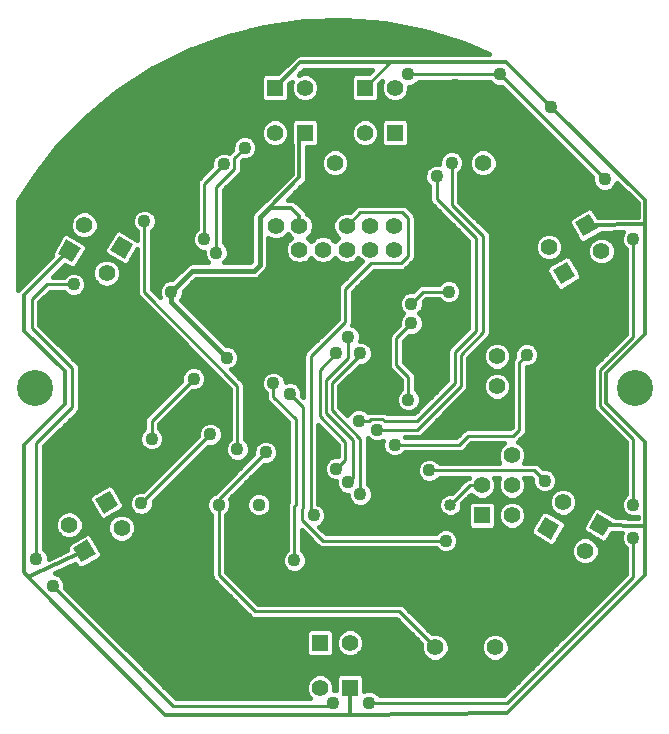
<source format=gbl>
G75*
G70*
%OFA0B0*%
%FSLAX24Y24*%
%IPPOS*%
%LPD*%
%AMOC8*
5,1,8,0,0,1.08239X$1,22.5*
%
%ADD10R,0.0555X0.0555*%
%ADD11C,0.0555*%
%ADD12C,0.0440*%
%ADD13R,0.0555X0.0555*%
%ADD14C,0.1200*%
%ADD15C,0.0120*%
%ADD16C,0.0100*%
%ADD17C,0.0436*%
%ADD18C,0.0160*%
%ADD19C,0.0400*%
D10*
X012930Y005780D03*
X013930Y004280D03*
X018330Y010030D03*
X015430Y022780D03*
X014430Y024280D03*
X012430Y022780D03*
X011430Y024280D03*
D11*
X012430Y024280D03*
X011430Y022780D03*
X013430Y021780D03*
X014430Y022780D03*
X015430Y024280D03*
X018380Y021780D03*
X020566Y018968D03*
X022317Y018835D03*
X018830Y015330D03*
X018830Y014330D03*
X018830Y013330D03*
X018330Y012030D03*
X018330Y011030D03*
X019330Y011030D03*
X019330Y012030D03*
X021040Y010463D03*
X019330Y010030D03*
X021780Y008847D03*
X018780Y005630D03*
X016780Y005630D03*
X013930Y005780D03*
X012930Y004280D03*
X006320Y009597D03*
X004580Y009713D03*
X005820Y018097D03*
X005080Y019713D03*
X008430Y021780D03*
X011461Y019674D03*
X011461Y018886D03*
X012249Y018886D03*
X013036Y018886D03*
X013036Y019674D03*
X012249Y019674D03*
X013824Y019674D03*
X014611Y019674D03*
X015399Y019674D03*
X015399Y018886D03*
X014611Y018886D03*
X013824Y018886D03*
D12*
X010897Y010380D03*
X009560Y010380D03*
D13*
G36*
X005719Y010085D02*
X005442Y010564D01*
X005921Y010841D01*
X006198Y010362D01*
X005719Y010085D01*
G37*
G36*
X005181Y009225D02*
X005458Y008746D01*
X004979Y008469D01*
X004702Y008948D01*
X005181Y009225D01*
G37*
G36*
X004958Y018948D02*
X004681Y018469D01*
X004202Y018746D01*
X004479Y019225D01*
X004958Y018948D01*
G37*
G36*
X005942Y018862D02*
X006219Y019341D01*
X006698Y019064D01*
X006421Y018585D01*
X005942Y018862D01*
G37*
G36*
X020918Y009698D02*
X020641Y009219D01*
X020162Y009496D01*
X020439Y009975D01*
X020918Y009698D01*
G37*
G36*
X021902Y009612D02*
X022179Y010091D01*
X022658Y009814D01*
X022381Y009335D01*
X021902Y009612D01*
G37*
G36*
X021167Y018480D02*
X021444Y018001D01*
X020965Y017724D01*
X020688Y018203D01*
X021167Y018480D01*
G37*
G36*
X021716Y019323D02*
X021439Y019802D01*
X021918Y020079D01*
X022195Y019600D01*
X021716Y019323D01*
G37*
D14*
X023430Y014280D03*
X003430Y014280D03*
D15*
X004430Y013730D02*
X004430Y014830D01*
X003080Y016180D01*
X003080Y017380D01*
X004547Y018847D01*
X004430Y013730D02*
X003080Y012380D01*
X003080Y008130D01*
X003205Y007955D01*
X005080Y008847D01*
X003205Y007955D02*
X007780Y003380D01*
X013930Y003380D01*
X013930Y004280D01*
X013930Y003380D02*
X019180Y003430D01*
X023780Y008030D01*
X023780Y009680D01*
X022280Y009713D01*
X023780Y009680D02*
X023780Y012480D01*
X022480Y013780D01*
X022480Y014780D01*
X023780Y016080D01*
X023780Y019730D01*
X023780Y020530D01*
X020630Y023630D01*
X019130Y025130D01*
X015280Y025130D01*
X012280Y025130D01*
X011430Y024280D01*
X012430Y022780D02*
X012249Y022599D01*
X012249Y021299D01*
X011230Y020280D01*
X011980Y020280D01*
X012249Y020011D01*
X012249Y019674D01*
X021817Y019701D02*
X023780Y019730D01*
D16*
X023380Y019230D02*
X023380Y015980D01*
X022280Y014880D01*
X022280Y013680D01*
X023380Y012580D01*
X023380Y010380D01*
X023380Y009280D02*
X023380Y007980D01*
X019180Y003780D01*
X014580Y003780D01*
X013380Y003780D02*
X013280Y003680D01*
X008030Y003680D01*
X004030Y007680D01*
X003480Y008580D02*
X003480Y012430D01*
X004680Y013630D01*
X004680Y014930D01*
X003330Y016280D01*
X003330Y017230D01*
X003830Y017730D01*
X004730Y017730D01*
X004580Y018847D02*
X004547Y018847D01*
X007080Y019830D02*
X007080Y017480D01*
X010180Y014330D01*
X010180Y012230D01*
X011130Y012130D02*
X009560Y010560D01*
X009560Y010380D01*
X009560Y008050D01*
X010780Y006830D01*
X015580Y006830D01*
X016780Y005630D01*
X017130Y009180D02*
X013030Y009180D01*
X012330Y009880D01*
X012330Y010230D01*
X012380Y010280D01*
X012380Y013630D01*
X011930Y014080D01*
X011380Y013980D02*
X011380Y014430D01*
X011380Y013980D02*
X012130Y013230D01*
X012130Y010380D01*
X012080Y010330D01*
X012080Y008530D01*
X012730Y010030D02*
X012630Y010130D01*
X012630Y015330D01*
X013780Y016480D01*
X013780Y017580D01*
X014630Y018430D01*
X015630Y018430D01*
X015880Y018680D01*
X015880Y019930D01*
X015680Y020130D01*
X014280Y020130D01*
X013824Y019674D01*
X016380Y017480D02*
X015980Y017080D01*
X016380Y017480D02*
X017230Y017480D01*
X015980Y016430D02*
X015480Y015930D01*
X015480Y015030D01*
X015880Y014630D01*
X015880Y013880D01*
X016180Y013180D02*
X015080Y013180D01*
X015030Y013230D01*
X014630Y013230D01*
X014580Y013180D01*
X014230Y013180D01*
X014280Y012580D02*
X013330Y013530D01*
X013330Y014430D01*
X014280Y015380D01*
X014280Y015430D01*
X013880Y015280D02*
X013880Y015980D01*
X013480Y015430D02*
X012930Y014880D01*
X012930Y013330D01*
X013780Y012480D01*
X013780Y011880D01*
X013480Y011580D01*
X013880Y011130D02*
X014030Y011280D01*
X014030Y012530D01*
X013130Y013430D01*
X013130Y014530D01*
X013880Y015280D01*
X013230Y016930D02*
X013230Y016980D01*
X016830Y020580D02*
X018130Y019280D01*
X018130Y016180D01*
X017430Y015480D01*
X017430Y014430D01*
X016180Y013180D01*
X016180Y012880D02*
X017630Y014330D01*
X017630Y015380D01*
X018380Y016130D01*
X018380Y019330D01*
X017330Y020380D01*
X017330Y021780D01*
X016830Y021330D02*
X016830Y020580D01*
X014430Y024280D02*
X015280Y025130D01*
X015880Y024730D02*
X018930Y024730D01*
X022430Y021230D01*
X019830Y015380D02*
X019580Y015130D01*
X019580Y012880D01*
X019380Y012680D01*
X017880Y012680D01*
X017580Y012380D01*
X015430Y012380D01*
X014830Y012880D02*
X016180Y012880D01*
X016580Y011530D02*
X020080Y011530D01*
X020430Y011180D01*
X018330Y011030D02*
X017930Y011030D01*
X017280Y010380D01*
X014280Y010730D02*
X014280Y012580D01*
X009280Y012730D02*
X006980Y010430D01*
X007330Y012580D02*
X007330Y013180D01*
X008730Y014580D01*
X004930Y012130D02*
X004930Y012080D01*
X009480Y018780D02*
X009480Y020980D01*
X010080Y021580D01*
X010080Y021930D01*
X010430Y022280D01*
X009730Y021730D02*
X009080Y021080D01*
X009080Y019230D01*
D17*
X009080Y019230D03*
X009480Y018780D03*
X008580Y017230D03*
X007980Y017480D03*
X006530Y015880D03*
X004730Y017730D03*
X007080Y019830D03*
X006030Y021630D03*
X008780Y025130D03*
X010430Y022280D03*
X009730Y021730D03*
X013280Y024380D03*
X015880Y024730D03*
X017430Y024380D03*
X018930Y024730D03*
X020630Y023630D03*
X022430Y021230D03*
X023380Y019230D03*
X022556Y016722D03*
X019830Y015380D03*
X019380Y016830D03*
X017230Y017480D03*
X017130Y018630D03*
X015980Y017080D03*
X015980Y016430D03*
X016030Y015680D03*
X014280Y015430D03*
X013880Y015980D03*
X013480Y015430D03*
X013230Y016930D03*
X014630Y017530D03*
X011930Y014080D03*
X011380Y014430D03*
X009830Y015280D03*
X008730Y014580D03*
X009280Y012730D03*
X010180Y012230D03*
X011130Y012130D03*
X010230Y009930D03*
X012080Y008530D03*
X012630Y007630D03*
X012730Y010030D03*
X013880Y011130D03*
X014280Y010730D03*
X013480Y011580D03*
X014230Y013180D03*
X014830Y012880D03*
X015430Y012380D03*
X016580Y011530D03*
X015880Y013880D03*
X017130Y009180D03*
X016780Y006480D03*
X014580Y003780D03*
X013380Y003780D03*
X010930Y004330D03*
X006980Y010430D03*
X007330Y012580D03*
X004930Y012080D03*
X003480Y008580D03*
X004030Y007680D03*
X016830Y021330D03*
X017330Y021780D03*
X020430Y011180D03*
X023380Y010380D03*
X023380Y009280D03*
X021180Y006980D03*
D18*
X012453Y006060D02*
X006004Y006060D01*
X005846Y006218D02*
X012530Y006218D01*
X012570Y006257D02*
X012453Y006140D01*
X012453Y005420D01*
X012570Y005303D01*
X013290Y005303D01*
X013407Y005420D01*
X013407Y006140D01*
X013290Y006257D01*
X012570Y006257D01*
X012453Y005901D02*
X006163Y005901D01*
X006321Y005743D02*
X012453Y005743D01*
X012453Y005584D02*
X006480Y005584D01*
X006638Y005426D02*
X012453Y005426D01*
X012660Y004685D02*
X012525Y004550D01*
X012453Y004375D01*
X012453Y004185D01*
X012525Y004010D01*
X012605Y003930D01*
X008134Y003930D01*
X004448Y007615D01*
X004448Y007763D01*
X004384Y007917D01*
X004267Y008034D01*
X004113Y008098D01*
X004111Y008098D01*
X004778Y008415D01*
X004847Y008296D01*
X005007Y008253D01*
X005631Y008614D01*
X005674Y008774D01*
X005313Y009398D01*
X005153Y009441D01*
X004529Y009080D01*
X004486Y008920D01*
X004517Y008867D01*
X003898Y008573D01*
X003898Y008663D01*
X003834Y008817D01*
X003730Y008921D01*
X003730Y012326D01*
X004822Y013418D01*
X004892Y013488D01*
X004930Y013580D01*
X004930Y014980D01*
X004892Y015072D01*
X004822Y015142D01*
X004822Y015142D01*
X003580Y016384D01*
X003580Y017126D01*
X003934Y017480D01*
X004389Y017480D01*
X004493Y017376D01*
X004647Y017312D01*
X004813Y017312D01*
X004967Y017376D01*
X005084Y017493D01*
X005148Y017647D01*
X005148Y017813D01*
X005084Y017967D01*
X004967Y018084D01*
X004813Y018148D01*
X004647Y018148D01*
X004493Y018084D01*
X004389Y017980D01*
X004048Y017980D01*
X004443Y018375D01*
X004653Y018253D01*
X004813Y018296D01*
X005174Y018920D01*
X005131Y019080D01*
X004507Y019441D01*
X004347Y019398D01*
X003986Y018774D01*
X004012Y018679D01*
X002880Y017548D01*
X002880Y020493D01*
X003355Y021266D01*
X004185Y022332D01*
X005127Y023300D01*
X006169Y024159D01*
X007300Y024897D01*
X008505Y025507D01*
X009770Y025981D01*
X011080Y026313D01*
X012418Y026498D01*
X013768Y026535D01*
X015114Y026424D01*
X016440Y026165D01*
X017729Y025762D01*
X018576Y025390D01*
X012228Y025390D01*
X012133Y025350D01*
X012060Y025277D01*
X011540Y024757D01*
X011070Y024757D01*
X010953Y024640D01*
X010953Y023920D01*
X011070Y023803D01*
X011790Y023803D01*
X011907Y023920D01*
X011907Y024390D01*
X011995Y024477D01*
X011953Y024375D01*
X011953Y024185D01*
X012025Y024010D01*
X012160Y023875D01*
X012335Y023803D01*
X012525Y023803D01*
X012700Y023875D01*
X012835Y024010D01*
X012907Y024185D01*
X012907Y024375D01*
X012835Y024550D01*
X012700Y024685D01*
X012525Y024757D01*
X012335Y024757D01*
X012233Y024715D01*
X012388Y024870D01*
X014666Y024870D01*
X014554Y024757D01*
X014070Y024757D01*
X013953Y024640D01*
X013953Y023920D01*
X014070Y023803D01*
X014790Y023803D01*
X014907Y023920D01*
X014907Y024404D01*
X015005Y024501D01*
X014953Y024375D01*
X014953Y024185D01*
X015025Y024010D01*
X015160Y023875D01*
X015335Y023803D01*
X015525Y023803D01*
X015700Y023875D01*
X015835Y024010D01*
X015907Y024185D01*
X015907Y024312D01*
X015963Y024312D01*
X016117Y024376D01*
X016221Y024480D01*
X018589Y024480D01*
X018693Y024376D01*
X018847Y024312D01*
X018995Y024312D01*
X022012Y021295D01*
X022012Y021147D01*
X022076Y020993D01*
X022193Y020876D01*
X022347Y020812D01*
X022513Y020812D01*
X022667Y020876D01*
X022784Y020993D01*
X022829Y021101D01*
X023520Y020421D01*
X023520Y019986D01*
X022215Y019967D01*
X022050Y020252D01*
X021890Y020295D01*
X021266Y019935D01*
X021223Y019775D01*
X021584Y019151D01*
X021744Y019108D01*
X022335Y019449D01*
X023022Y019459D01*
X022962Y019313D01*
X022962Y019147D01*
X023026Y018993D01*
X023130Y018889D01*
X023130Y016084D01*
X022138Y015092D01*
X022068Y015022D01*
X022030Y014930D01*
X022030Y013630D01*
X022068Y013538D01*
X023130Y012476D01*
X023130Y010721D01*
X023026Y010617D01*
X022962Y010463D01*
X022962Y010297D01*
X023026Y010143D01*
X023143Y010026D01*
X023297Y009962D01*
X023463Y009962D01*
X023520Y009985D01*
X023520Y009946D01*
X022805Y009962D01*
X022207Y010307D01*
X022047Y010264D01*
X021686Y009640D01*
X021729Y009480D01*
X022353Y009119D01*
X022513Y009162D01*
X022676Y009444D01*
X022993Y009437D01*
X022962Y009363D01*
X022962Y009197D01*
X023026Y009043D01*
X023130Y008939D01*
X023130Y008084D01*
X019076Y004030D01*
X014921Y004030D01*
X014817Y004134D01*
X014663Y004198D01*
X014497Y004198D01*
X014407Y004161D01*
X014407Y004640D01*
X014290Y004757D01*
X013570Y004757D01*
X013453Y004640D01*
X013453Y004198D01*
X013407Y004198D01*
X013407Y004375D01*
X013335Y004550D01*
X013200Y004685D01*
X013025Y004757D01*
X012835Y004757D01*
X012660Y004685D01*
X012608Y004633D02*
X007431Y004633D01*
X007589Y004475D02*
X012494Y004475D01*
X012453Y004316D02*
X007748Y004316D01*
X007906Y004158D02*
X012464Y004158D01*
X012536Y003999D02*
X008065Y003999D01*
X007272Y004792D02*
X019838Y004792D01*
X019996Y004950D02*
X007114Y004950D01*
X006955Y005109D02*
X020155Y005109D01*
X020313Y005267D02*
X019092Y005267D01*
X019050Y005225D02*
X019185Y005360D01*
X019257Y005535D01*
X019257Y005725D01*
X019185Y005900D01*
X019050Y006035D01*
X018875Y006107D01*
X018685Y006107D01*
X018510Y006035D01*
X018375Y005900D01*
X018303Y005725D01*
X018303Y005535D01*
X018375Y005360D01*
X018510Y005225D01*
X018685Y005153D01*
X018875Y005153D01*
X019050Y005225D01*
X019212Y005426D02*
X020472Y005426D01*
X020630Y005584D02*
X019257Y005584D01*
X019250Y005743D02*
X020789Y005743D01*
X020947Y005901D02*
X019184Y005901D01*
X018991Y006060D02*
X021106Y006060D01*
X021264Y006218D02*
X016546Y006218D01*
X016665Y006099D02*
X015792Y006972D01*
X015722Y007042D01*
X015630Y007080D01*
X010884Y007080D01*
X009810Y008154D01*
X009810Y010036D01*
X009916Y010142D01*
X009980Y010296D01*
X009980Y010464D01*
X009932Y010579D01*
X011065Y011712D01*
X011213Y011712D01*
X011367Y011776D01*
X011484Y011893D01*
X011548Y012047D01*
X011548Y012213D01*
X011484Y012367D01*
X011367Y012484D01*
X011213Y012548D01*
X011047Y012548D01*
X010893Y012484D01*
X010776Y012367D01*
X010712Y012213D01*
X010712Y012065D01*
X009425Y010779D01*
X009322Y010736D01*
X009204Y010618D01*
X009140Y010464D01*
X009140Y010296D01*
X009204Y010142D01*
X009310Y010036D01*
X009310Y008000D01*
X009348Y007908D01*
X009418Y007838D01*
X010638Y006618D01*
X010730Y006580D01*
X015476Y006580D01*
X016311Y005745D01*
X016303Y005725D01*
X016303Y005535D01*
X016375Y005360D01*
X016510Y005225D01*
X016685Y005153D01*
X016875Y005153D01*
X017050Y005225D01*
X017185Y005360D01*
X017257Y005535D01*
X017257Y005725D01*
X017185Y005900D01*
X017050Y006035D01*
X016875Y006107D01*
X016685Y006107D01*
X016665Y006099D01*
X016991Y006060D02*
X018569Y006060D01*
X018376Y005901D02*
X017184Y005901D01*
X017250Y005743D02*
X018310Y005743D01*
X018303Y005584D02*
X017257Y005584D01*
X017212Y005426D02*
X018348Y005426D01*
X018468Y005267D02*
X017092Y005267D01*
X016468Y005267D02*
X006797Y005267D01*
X005687Y006377D02*
X015680Y006377D01*
X015521Y006535D02*
X005529Y006535D01*
X005370Y006694D02*
X010563Y006694D01*
X010404Y006852D02*
X005212Y006852D01*
X005053Y007011D02*
X010246Y007011D01*
X010087Y007169D02*
X004895Y007169D01*
X004736Y007328D02*
X009929Y007328D01*
X009770Y007486D02*
X004578Y007486D01*
X004448Y007645D02*
X009612Y007645D01*
X009453Y007803D02*
X004432Y007803D01*
X004340Y007962D02*
X009326Y007962D01*
X009310Y008120D02*
X004157Y008120D01*
X004490Y008279D02*
X004913Y008279D01*
X005050Y008279D02*
X009310Y008279D01*
X009310Y008437D02*
X005325Y008437D01*
X005599Y008596D02*
X009310Y008596D01*
X009310Y008754D02*
X005668Y008754D01*
X005594Y008913D02*
X009310Y008913D01*
X009310Y009071D02*
X005502Y009071D01*
X005410Y009230D02*
X006012Y009230D01*
X006050Y009192D02*
X005915Y009327D01*
X005843Y009502D01*
X005843Y009692D01*
X005915Y009867D01*
X006050Y010002D01*
X006225Y010074D01*
X006415Y010074D01*
X006590Y010002D01*
X006725Y009867D01*
X006797Y009692D01*
X006797Y009502D01*
X006725Y009327D01*
X006590Y009192D01*
X006415Y009120D01*
X006225Y009120D01*
X006050Y009192D01*
X005890Y009388D02*
X005319Y009388D01*
X005062Y009388D02*
X004930Y009388D01*
X004985Y009443D02*
X004850Y009308D01*
X004675Y009236D01*
X004485Y009236D01*
X004310Y009308D01*
X004175Y009443D01*
X004103Y009618D01*
X004103Y009808D01*
X004175Y009983D01*
X004310Y010118D01*
X004485Y010190D01*
X004675Y010190D01*
X004850Y010118D01*
X004985Y009983D01*
X005057Y009808D01*
X005057Y009618D01*
X004985Y009443D01*
X005028Y009547D02*
X005843Y009547D01*
X005848Y009705D02*
X005057Y009705D01*
X005034Y009864D02*
X005914Y009864D01*
X005747Y009869D02*
X005587Y009912D01*
X005226Y010536D01*
X005269Y010696D01*
X005893Y011057D01*
X006053Y011014D01*
X006414Y010390D01*
X006371Y010230D01*
X005747Y009869D01*
X005523Y010022D02*
X004946Y010022D01*
X004699Y010181D02*
X005432Y010181D01*
X005340Y010339D02*
X003730Y010339D01*
X003730Y010181D02*
X004461Y010181D01*
X004214Y010022D02*
X003730Y010022D01*
X003730Y009864D02*
X004126Y009864D01*
X004103Y009705D02*
X003730Y009705D01*
X003730Y009547D02*
X004132Y009547D01*
X004230Y009388D02*
X003730Y009388D01*
X003730Y009230D02*
X004788Y009230D01*
X004527Y009071D02*
X003730Y009071D01*
X003739Y008913D02*
X004491Y008913D01*
X004279Y008754D02*
X003860Y008754D01*
X003898Y008596D02*
X003946Y008596D01*
X003730Y010498D02*
X005249Y010498D01*
X005258Y010656D02*
X003730Y010656D01*
X003730Y010815D02*
X005474Y010815D01*
X005748Y010973D02*
X003730Y010973D01*
X003730Y011132D02*
X007328Y011132D01*
X007486Y011290D02*
X003730Y011290D01*
X003730Y011449D02*
X007645Y011449D01*
X007803Y011607D02*
X003730Y011607D01*
X003730Y011766D02*
X007962Y011766D01*
X008120Y011924D02*
X003730Y011924D01*
X003730Y012083D02*
X008279Y012083D01*
X008437Y012241D02*
X007582Y012241D01*
X007567Y012226D02*
X007684Y012343D01*
X007748Y012497D01*
X007748Y012663D01*
X007684Y012817D01*
X007580Y012921D01*
X007580Y013076D01*
X008665Y014162D01*
X008813Y014162D01*
X008967Y014226D01*
X009084Y014343D01*
X009148Y014497D01*
X009148Y014663D01*
X009084Y014817D01*
X008967Y014934D01*
X008813Y014998D01*
X008647Y014998D01*
X008493Y014934D01*
X008376Y014817D01*
X008312Y014663D01*
X008312Y014515D01*
X007188Y013392D01*
X007118Y013322D01*
X007080Y013230D01*
X007080Y012921D01*
X006976Y012817D01*
X006912Y012663D01*
X006912Y012497D01*
X006976Y012343D01*
X007093Y012226D01*
X007247Y012162D01*
X007413Y012162D01*
X007567Y012226D01*
X007708Y012400D02*
X008596Y012400D01*
X008754Y012558D02*
X007748Y012558D01*
X007726Y012717D02*
X008862Y012717D01*
X008862Y012665D02*
X007045Y010848D01*
X006897Y010848D01*
X006743Y010784D01*
X006626Y010667D01*
X006562Y010513D01*
X006562Y010347D01*
X006626Y010193D01*
X006743Y010076D01*
X006897Y010012D01*
X007063Y010012D01*
X007217Y010076D01*
X007334Y010193D01*
X007398Y010347D01*
X007398Y010495D01*
X009215Y012312D01*
X009363Y012312D01*
X009517Y012376D01*
X009634Y012493D01*
X009698Y012647D01*
X009698Y012813D01*
X009634Y012967D01*
X009517Y013084D01*
X009363Y013148D01*
X009197Y013148D01*
X009043Y013084D01*
X008926Y012967D01*
X008862Y012813D01*
X008862Y012665D01*
X008888Y012875D02*
X007626Y012875D01*
X007580Y013034D02*
X008992Y013034D01*
X009568Y013034D02*
X009930Y013034D01*
X009930Y013192D02*
X007696Y013192D01*
X007854Y013351D02*
X009930Y013351D01*
X009930Y013509D02*
X008013Y013509D01*
X008171Y013668D02*
X009930Y013668D01*
X009930Y013826D02*
X008330Y013826D01*
X008488Y013985D02*
X009930Y013985D01*
X009930Y014143D02*
X008647Y014143D01*
X009043Y014302D02*
X009857Y014302D01*
X009930Y014228D02*
X009930Y012571D01*
X009826Y012467D01*
X009762Y012313D01*
X009762Y012147D01*
X009826Y011993D01*
X009943Y011876D01*
X010097Y011812D01*
X010263Y011812D01*
X010417Y011876D01*
X010534Y011993D01*
X010598Y012147D01*
X010598Y012313D01*
X010534Y012467D01*
X010430Y012571D01*
X010430Y014329D01*
X010430Y014378D01*
X010430Y014379D01*
X010430Y014380D01*
X010411Y014425D01*
X010393Y014470D01*
X010392Y014471D01*
X010392Y014472D01*
X010357Y014506D01*
X009980Y014890D01*
X010067Y014926D01*
X010184Y015043D01*
X010248Y015197D01*
X010248Y015363D01*
X010184Y015517D01*
X010067Y015634D01*
X009913Y015698D01*
X009808Y015698D01*
X008299Y017207D01*
X008334Y017243D01*
X008398Y017397D01*
X008398Y017502D01*
X008796Y017900D01*
X010786Y017900D01*
X010889Y017943D01*
X010967Y018021D01*
X011167Y018221D01*
X011210Y018324D01*
X011210Y019261D01*
X011367Y019196D01*
X011556Y019196D01*
X011732Y019269D01*
X011855Y019392D01*
X011967Y019280D01*
X011844Y019157D01*
X011771Y018981D01*
X011771Y018791D01*
X011844Y018616D01*
X011978Y018482D01*
X012154Y018409D01*
X012344Y018409D01*
X012519Y018482D01*
X012643Y018605D01*
X012766Y018482D01*
X012941Y018409D01*
X013131Y018409D01*
X013307Y018482D01*
X013430Y018605D01*
X013553Y018482D01*
X013729Y018409D01*
X013919Y018409D01*
X014094Y018482D01*
X014217Y018605D01*
X014334Y018488D01*
X013568Y017722D01*
X013530Y017630D01*
X008526Y017630D01*
X008398Y017472D02*
X013530Y017472D01*
X013530Y017630D02*
X013530Y016584D01*
X012418Y015472D01*
X012380Y015380D01*
X012380Y013984D01*
X012348Y014015D01*
X012348Y014163D01*
X012284Y014317D01*
X012167Y014434D01*
X012013Y014498D01*
X011847Y014498D01*
X011798Y014478D01*
X011798Y014513D01*
X011734Y014667D01*
X011617Y014784D01*
X011463Y014848D01*
X011297Y014848D01*
X011143Y014784D01*
X011026Y014667D01*
X010962Y014513D01*
X010962Y014347D01*
X011026Y014193D01*
X011130Y014089D01*
X011130Y013930D01*
X011168Y013838D01*
X011238Y013768D01*
X011880Y013126D01*
X011880Y010484D01*
X011868Y010472D01*
X011830Y010380D01*
X011830Y008871D01*
X011726Y008767D01*
X011662Y008613D01*
X011662Y008447D01*
X011726Y008293D01*
X011843Y008176D01*
X011997Y008112D01*
X012163Y008112D01*
X012317Y008176D01*
X012434Y008293D01*
X012498Y008447D01*
X012498Y008613D01*
X012434Y008767D01*
X012330Y008871D01*
X012330Y009526D01*
X012818Y009038D01*
X012888Y008968D01*
X012980Y008930D01*
X016789Y008930D01*
X016893Y008826D01*
X017047Y008762D01*
X017213Y008762D01*
X017367Y008826D01*
X017484Y008943D01*
X017548Y009097D01*
X017548Y009263D01*
X017484Y009417D01*
X017367Y009534D01*
X017213Y009598D01*
X017047Y009598D01*
X016893Y009534D01*
X016789Y009430D01*
X013134Y009430D01*
X012911Y009652D01*
X012967Y009676D01*
X013084Y009793D01*
X013148Y009947D01*
X013148Y010113D01*
X013084Y010267D01*
X012967Y010384D01*
X012880Y010420D01*
X012880Y013026D01*
X013530Y012376D01*
X013530Y011998D01*
X013397Y011998D01*
X013243Y011934D01*
X013126Y011817D01*
X013062Y011663D01*
X013062Y011497D01*
X013126Y011343D01*
X013243Y011226D01*
X013397Y011162D01*
X013462Y011162D01*
X013462Y011047D01*
X013526Y010893D01*
X013643Y010776D01*
X013797Y010712D01*
X013862Y010712D01*
X013862Y010647D01*
X013926Y010493D01*
X014043Y010376D01*
X014197Y010312D01*
X014363Y010312D01*
X014517Y010376D01*
X014634Y010493D01*
X014698Y010647D01*
X014698Y010813D01*
X014634Y010967D01*
X014530Y011071D01*
X014530Y012589D01*
X014593Y012526D01*
X014747Y012462D01*
X014913Y012462D01*
X015032Y012511D01*
X015012Y012463D01*
X015012Y012297D01*
X015076Y012143D01*
X015193Y012026D01*
X015347Y011962D01*
X015513Y011962D01*
X015667Y012026D01*
X015771Y012130D01*
X017630Y012130D01*
X017722Y012168D01*
X017984Y012430D01*
X019055Y012430D01*
X018925Y012300D01*
X018853Y012125D01*
X018853Y011935D01*
X018917Y011780D01*
X016921Y011780D01*
X016817Y011884D01*
X016663Y011948D01*
X016497Y011948D01*
X016343Y011884D01*
X016226Y011767D01*
X016162Y011613D01*
X016162Y011447D01*
X016226Y011293D01*
X016343Y011176D01*
X016497Y011112D01*
X016663Y011112D01*
X016817Y011176D01*
X016921Y011280D01*
X017917Y011280D01*
X017917Y011280D01*
X017880Y011280D01*
X017788Y011242D01*
X017718Y011172D01*
X017326Y010780D01*
X017200Y010780D01*
X017053Y010719D01*
X016941Y010607D01*
X016880Y010460D01*
X016880Y010300D01*
X016941Y010153D01*
X017053Y010041D01*
X017200Y009980D01*
X017360Y009980D01*
X017507Y010041D01*
X017619Y010153D01*
X017680Y010300D01*
X017680Y010426D01*
X017969Y010716D01*
X018060Y010625D01*
X018235Y010553D01*
X018425Y010553D01*
X018600Y010625D01*
X018735Y010760D01*
X018807Y010935D01*
X018807Y011125D01*
X018743Y011280D01*
X018917Y011280D01*
X018853Y011125D01*
X018853Y010935D01*
X018925Y010760D01*
X019060Y010625D01*
X019235Y010553D01*
X019425Y010553D01*
X019600Y010625D01*
X019735Y010760D01*
X019807Y010935D01*
X019807Y011125D01*
X019743Y011280D01*
X019976Y011280D01*
X020012Y011245D01*
X020012Y011097D01*
X020076Y010943D01*
X020193Y010826D01*
X020347Y010762D01*
X020513Y010762D01*
X020667Y010826D01*
X020784Y010943D01*
X020848Y011097D01*
X020848Y011263D01*
X020784Y011417D01*
X020667Y011534D01*
X020513Y011598D01*
X020365Y011598D01*
X020292Y011672D01*
X020222Y011742D01*
X020130Y011780D01*
X019743Y011780D01*
X019807Y011935D01*
X019807Y012125D01*
X019735Y012300D01*
X019600Y012435D01*
X019521Y012468D01*
X019522Y012468D01*
X019722Y012668D01*
X019792Y012738D01*
X019830Y012830D01*
X019830Y014962D01*
X019913Y014962D01*
X020067Y015026D01*
X020184Y015143D01*
X020248Y015297D01*
X020248Y015463D01*
X020184Y015617D01*
X020067Y015734D01*
X019913Y015798D01*
X019747Y015798D01*
X019593Y015734D01*
X019476Y015617D01*
X019412Y015463D01*
X019412Y015315D01*
X019368Y015272D01*
X019330Y015180D01*
X019330Y012984D01*
X019276Y012930D01*
X017830Y012930D01*
X017738Y012892D01*
X017668Y012822D01*
X017476Y012630D01*
X015771Y012630D01*
X016230Y012630D01*
X016322Y012668D01*
X017842Y014188D01*
X017880Y014280D01*
X017880Y015276D01*
X018592Y015988D01*
X018630Y016080D01*
X018630Y019380D01*
X018592Y019472D01*
X018522Y019542D01*
X017580Y020484D01*
X017580Y021439D01*
X017684Y021543D01*
X017748Y021697D01*
X017748Y021863D01*
X017684Y022017D01*
X017567Y022134D01*
X017413Y022198D01*
X017247Y022198D01*
X017093Y022134D01*
X016976Y022017D01*
X016912Y021863D01*
X016912Y021748D01*
X016747Y021748D01*
X016593Y021684D01*
X016476Y021567D01*
X016412Y021413D01*
X016412Y021247D01*
X016476Y021093D01*
X016580Y020989D01*
X016580Y020530D01*
X016618Y020438D01*
X017880Y019176D01*
X017880Y016284D01*
X017288Y015692D01*
X017218Y015622D01*
X017180Y015530D01*
X017180Y014534D01*
X016076Y013430D01*
X015184Y013430D01*
X015172Y013442D01*
X015080Y013480D01*
X014580Y013480D01*
X014539Y013463D01*
X014467Y013534D01*
X014313Y013598D01*
X014147Y013598D01*
X013993Y013534D01*
X013876Y013417D01*
X013852Y013361D01*
X013580Y013634D01*
X013580Y014326D01*
X014265Y015012D01*
X014363Y015012D01*
X014517Y015076D01*
X014634Y015193D01*
X014698Y015347D01*
X014698Y015513D01*
X014634Y015667D01*
X014517Y015784D01*
X014363Y015848D01*
X014278Y015848D01*
X014298Y015897D01*
X014298Y016063D01*
X014234Y016217D01*
X014117Y016334D01*
X014009Y016379D01*
X014030Y016430D01*
X014030Y017476D01*
X014734Y018180D01*
X015680Y018180D01*
X015772Y018218D01*
X016022Y018468D01*
X016092Y018538D01*
X016130Y018630D01*
X016130Y019980D01*
X016092Y020072D01*
X016022Y020142D01*
X016022Y020142D01*
X015892Y020272D01*
X015822Y020342D01*
X015730Y020380D01*
X014230Y020380D01*
X014138Y020342D01*
X013939Y020143D01*
X013919Y020151D01*
X013729Y020151D01*
X013553Y020078D01*
X013419Y019944D01*
X013346Y019769D01*
X013346Y019579D01*
X013419Y019403D01*
X013542Y019280D01*
X013430Y019168D01*
X013307Y019291D01*
X013131Y019364D01*
X012941Y019364D01*
X012766Y019291D01*
X012643Y019168D01*
X012530Y019280D01*
X012654Y019403D01*
X012726Y019579D01*
X012726Y019769D01*
X012654Y019944D01*
X012519Y020078D01*
X012499Y020087D01*
X012469Y020158D01*
X012200Y020427D01*
X012127Y020500D01*
X012032Y020540D01*
X011858Y020540D01*
X012469Y021152D01*
X012509Y021247D01*
X012509Y022303D01*
X012790Y022303D01*
X012907Y022420D01*
X012907Y023140D01*
X012790Y023257D01*
X012070Y023257D01*
X011953Y023140D01*
X011953Y022420D01*
X011989Y022383D01*
X011989Y021407D01*
X011120Y020537D01*
X011071Y020517D01*
X010771Y020217D01*
X010693Y020139D01*
X010650Y020036D01*
X010650Y018496D01*
X010614Y018460D01*
X009751Y018460D01*
X009834Y018543D01*
X009898Y018697D01*
X009898Y018863D01*
X009834Y019017D01*
X009730Y019121D01*
X009730Y020876D01*
X010222Y021368D01*
X010292Y021438D01*
X010330Y021530D01*
X010330Y021826D01*
X010365Y021862D01*
X010513Y021862D01*
X010667Y021926D01*
X010784Y022043D01*
X010848Y022197D01*
X010848Y022363D01*
X010784Y022517D01*
X010667Y022634D01*
X010513Y022698D01*
X010347Y022698D01*
X010193Y022634D01*
X010076Y022517D01*
X010012Y022363D01*
X010012Y022215D01*
X009906Y022110D01*
X009813Y022148D01*
X009647Y022148D01*
X009493Y022084D01*
X009376Y021967D01*
X009312Y021813D01*
X009312Y021665D01*
X008868Y021222D01*
X008830Y021130D01*
X008830Y019571D01*
X008726Y019467D01*
X008662Y019313D01*
X008662Y019147D01*
X008726Y018993D01*
X008843Y018876D01*
X008997Y018812D01*
X009062Y018812D01*
X009062Y018697D01*
X009126Y018543D01*
X009209Y018460D01*
X008624Y018460D01*
X008521Y018417D01*
X008002Y017898D01*
X007897Y017898D01*
X007743Y017834D01*
X007626Y017717D01*
X007562Y017563D01*
X007562Y017397D01*
X007598Y017310D01*
X007330Y017582D01*
X007330Y019489D01*
X007434Y019593D01*
X007498Y019747D01*
X007498Y019913D01*
X007434Y020067D01*
X007317Y020184D01*
X007163Y020248D01*
X006997Y020248D01*
X006843Y020184D01*
X006726Y020067D01*
X006662Y019913D01*
X006662Y019747D01*
X006726Y019593D01*
X006830Y019489D01*
X006830Y019220D01*
X006247Y019557D01*
X006087Y019514D01*
X005726Y018890D01*
X005769Y018730D01*
X006393Y018369D01*
X006553Y018412D01*
X006830Y018891D01*
X006830Y017481D01*
X006830Y017432D01*
X006830Y017431D01*
X006830Y017430D01*
X006849Y017385D01*
X006867Y017340D01*
X006868Y017339D01*
X006868Y017338D01*
X006903Y017304D01*
X009930Y014228D01*
X009701Y014460D02*
X009133Y014460D01*
X009148Y014619D02*
X009545Y014619D01*
X009389Y014777D02*
X009101Y014777D01*
X009233Y014936D02*
X008964Y014936D01*
X009077Y015094D02*
X004870Y015094D01*
X004930Y014936D02*
X008496Y014936D01*
X008359Y014777D02*
X004930Y014777D01*
X004930Y014619D02*
X008312Y014619D01*
X008256Y014460D02*
X004930Y014460D01*
X004930Y014302D02*
X008098Y014302D01*
X007939Y014143D02*
X004930Y014143D01*
X004930Y013985D02*
X007781Y013985D01*
X007622Y013826D02*
X004930Y013826D01*
X004930Y013668D02*
X007464Y013668D01*
X007305Y013509D02*
X004900Y013509D01*
X004754Y013351D02*
X007147Y013351D01*
X007080Y013192D02*
X004596Y013192D01*
X004437Y013034D02*
X007080Y013034D01*
X007034Y012875D02*
X004279Y012875D01*
X004120Y012717D02*
X006934Y012717D01*
X006912Y012558D02*
X003962Y012558D01*
X003803Y012400D02*
X006952Y012400D01*
X007078Y012241D02*
X003730Y012241D01*
X006011Y010022D02*
X006098Y010022D01*
X006286Y010181D02*
X006638Y010181D01*
X006565Y010339D02*
X006400Y010339D01*
X006351Y010498D02*
X006562Y010498D01*
X006621Y010656D02*
X006260Y010656D01*
X006168Y010815D02*
X006816Y010815D01*
X007169Y010973D02*
X006077Y010973D01*
X006542Y010022D02*
X006872Y010022D01*
X006726Y009864D02*
X009310Y009864D01*
X009310Y010022D02*
X007088Y010022D01*
X007322Y010181D02*
X009188Y010181D01*
X009140Y010339D02*
X007395Y010339D01*
X007401Y010498D02*
X009154Y010498D01*
X009242Y010656D02*
X007560Y010656D01*
X007718Y010815D02*
X009461Y010815D01*
X009619Y010973D02*
X007877Y010973D01*
X008035Y011132D02*
X009778Y011132D01*
X009936Y011290D02*
X008194Y011290D01*
X008352Y011449D02*
X010095Y011449D01*
X010253Y011607D02*
X008511Y011607D01*
X008669Y011766D02*
X010412Y011766D01*
X010465Y011924D02*
X010570Y011924D01*
X010571Y012083D02*
X010712Y012083D01*
X010723Y012241D02*
X010598Y012241D01*
X010562Y012400D02*
X010808Y012400D01*
X010443Y012558D02*
X011880Y012558D01*
X011880Y012400D02*
X011452Y012400D01*
X011537Y012241D02*
X011880Y012241D01*
X011880Y012083D02*
X011548Y012083D01*
X011497Y011924D02*
X011880Y011924D01*
X011880Y011766D02*
X011343Y011766D01*
X010961Y011607D02*
X011880Y011607D01*
X011880Y011449D02*
X010802Y011449D01*
X010644Y011290D02*
X011880Y011290D01*
X011880Y011132D02*
X010485Y011132D01*
X010327Y010973D02*
X011880Y010973D01*
X011880Y010815D02*
X010168Y010815D01*
X010010Y010656D02*
X010579Y010656D01*
X010541Y010618D02*
X010477Y010464D01*
X010477Y010296D01*
X010541Y010142D01*
X010659Y010024D01*
X010813Y009960D01*
X010981Y009960D01*
X011135Y010024D01*
X011253Y010142D01*
X011317Y010296D01*
X011317Y010464D01*
X011253Y010618D01*
X011135Y010736D01*
X010981Y010800D01*
X010813Y010800D01*
X010659Y010736D01*
X010541Y010618D01*
X010491Y010498D02*
X009966Y010498D01*
X009980Y010339D02*
X010477Y010339D01*
X010525Y010181D02*
X009932Y010181D01*
X009810Y010022D02*
X010664Y010022D01*
X011130Y010022D02*
X011830Y010022D01*
X011830Y009864D02*
X009810Y009864D01*
X009810Y009705D02*
X011830Y009705D01*
X011830Y009547D02*
X009810Y009547D01*
X009810Y009388D02*
X011830Y009388D01*
X011830Y009230D02*
X009810Y009230D01*
X009810Y009071D02*
X011830Y009071D01*
X011830Y008913D02*
X009810Y008913D01*
X009810Y008754D02*
X011720Y008754D01*
X011662Y008596D02*
X009810Y008596D01*
X009810Y008437D02*
X011666Y008437D01*
X011740Y008279D02*
X009810Y008279D01*
X009844Y008120D02*
X011977Y008120D01*
X012183Y008120D02*
X023130Y008120D01*
X023130Y008279D02*
X012420Y008279D01*
X012494Y008437D02*
X021522Y008437D01*
X021510Y008442D02*
X021685Y008370D01*
X021875Y008370D01*
X022050Y008442D01*
X022185Y008577D01*
X022257Y008752D01*
X022257Y008942D01*
X022185Y009117D01*
X022050Y009252D01*
X021875Y009324D01*
X021685Y009324D01*
X021510Y009252D01*
X021375Y009117D01*
X021303Y008942D01*
X021303Y008752D01*
X021375Y008577D01*
X021510Y008442D01*
X021367Y008596D02*
X012498Y008596D01*
X012440Y008754D02*
X021303Y008754D01*
X021303Y008913D02*
X017454Y008913D01*
X017537Y009071D02*
X020496Y009071D01*
X020613Y009003D02*
X020773Y009046D01*
X021134Y009670D01*
X021091Y009830D01*
X020467Y010191D01*
X020307Y010148D01*
X019946Y009524D01*
X019989Y009364D01*
X020613Y009003D01*
X020788Y009071D02*
X021356Y009071D01*
X021487Y009230D02*
X020879Y009230D01*
X020971Y009388D02*
X021888Y009388D01*
X021711Y009547D02*
X021062Y009547D01*
X021124Y009705D02*
X021724Y009705D01*
X021816Y009864D02*
X021033Y009864D01*
X020945Y009986D02*
X021135Y009986D01*
X021310Y010058D01*
X021445Y010193D01*
X021517Y010368D01*
X021517Y010558D01*
X021445Y010733D01*
X021310Y010868D01*
X021135Y010940D01*
X020945Y010940D01*
X020770Y010868D01*
X020635Y010733D01*
X020563Y010558D01*
X020563Y010368D01*
X020635Y010193D01*
X020770Y010058D01*
X020945Y009986D01*
X020857Y010022D02*
X020759Y010022D01*
X020647Y010181D02*
X020484Y010181D01*
X020429Y010181D02*
X019784Y010181D01*
X019807Y010125D02*
X019735Y010300D01*
X019600Y010435D01*
X019425Y010507D01*
X019235Y010507D01*
X019060Y010435D01*
X018925Y010300D01*
X018853Y010125D01*
X018853Y009935D01*
X018925Y009760D01*
X019060Y009625D01*
X019235Y009553D01*
X019425Y009553D01*
X019600Y009625D01*
X019735Y009760D01*
X019807Y009935D01*
X019807Y010125D01*
X019807Y010022D02*
X020234Y010022D01*
X020143Y009864D02*
X019778Y009864D01*
X019680Y009705D02*
X020051Y009705D01*
X019960Y009547D02*
X017338Y009547D01*
X017496Y009388D02*
X019983Y009388D01*
X020222Y009230D02*
X017548Y009230D01*
X017970Y009553D02*
X018690Y009553D01*
X018807Y009670D01*
X018807Y010390D01*
X018690Y010507D01*
X017970Y010507D01*
X017853Y010390D01*
X017853Y009670D01*
X017970Y009553D01*
X017853Y009705D02*
X012996Y009705D01*
X013017Y009547D02*
X016922Y009547D01*
X017099Y010022D02*
X013148Y010022D01*
X013120Y010181D02*
X016930Y010181D01*
X016880Y010339D02*
X014429Y010339D01*
X014636Y010498D02*
X016896Y010498D01*
X016990Y010656D02*
X014698Y010656D01*
X014698Y010815D02*
X017361Y010815D01*
X017519Y010973D02*
X014628Y010973D01*
X014530Y011132D02*
X016449Y011132D01*
X016711Y011132D02*
X017678Y011132D01*
X017910Y010656D02*
X018029Y010656D01*
X017960Y010498D02*
X017751Y010498D01*
X017680Y010339D02*
X017853Y010339D01*
X017853Y010181D02*
X017630Y010181D01*
X017461Y010022D02*
X017853Y010022D01*
X017853Y009864D02*
X013114Y009864D01*
X013012Y010339D02*
X014131Y010339D01*
X013924Y010498D02*
X012880Y010498D01*
X012880Y010656D02*
X013862Y010656D01*
X013604Y010815D02*
X012880Y010815D01*
X012880Y010973D02*
X013492Y010973D01*
X013462Y011132D02*
X012880Y011132D01*
X012880Y011290D02*
X013179Y011290D01*
X013082Y011449D02*
X012880Y011449D01*
X012880Y011607D02*
X013062Y011607D01*
X013104Y011766D02*
X012880Y011766D01*
X012880Y011924D02*
X013233Y011924D01*
X013530Y012083D02*
X012880Y012083D01*
X012880Y012241D02*
X013530Y012241D01*
X013507Y012400D02*
X012880Y012400D01*
X012880Y012558D02*
X013348Y012558D01*
X013190Y012717D02*
X012880Y012717D01*
X012880Y012875D02*
X013031Y012875D01*
X013705Y013509D02*
X013968Y013509D01*
X013580Y013668D02*
X015515Y013668D01*
X015526Y013643D02*
X015643Y013526D01*
X015797Y013462D01*
X015963Y013462D01*
X016117Y013526D01*
X016234Y013643D01*
X016298Y013797D01*
X016298Y013963D01*
X016234Y014117D01*
X016130Y014221D01*
X016130Y014680D01*
X016092Y014772D01*
X015730Y015134D01*
X015730Y015826D01*
X015915Y016012D01*
X016063Y016012D01*
X016217Y016076D01*
X016334Y016193D01*
X016398Y016347D01*
X016398Y016513D01*
X016334Y016667D01*
X016246Y016755D01*
X016334Y016843D01*
X016398Y016997D01*
X016398Y017145D01*
X016484Y017230D01*
X016889Y017230D01*
X016993Y017126D01*
X017147Y017062D01*
X017313Y017062D01*
X017467Y017126D01*
X017584Y017243D01*
X017648Y017397D01*
X017648Y017563D01*
X017584Y017717D01*
X017467Y017834D01*
X017313Y017898D01*
X017147Y017898D01*
X016993Y017834D01*
X016889Y017730D01*
X016330Y017730D01*
X016238Y017692D01*
X016045Y017498D01*
X015897Y017498D01*
X015743Y017434D01*
X015626Y017317D01*
X015562Y017163D01*
X015562Y016997D01*
X015626Y016843D01*
X015714Y016755D01*
X015626Y016667D01*
X015562Y016513D01*
X015562Y016365D01*
X015268Y016072D01*
X015230Y015980D01*
X015230Y014980D01*
X015268Y014888D01*
X015630Y014526D01*
X015630Y014221D01*
X015526Y014117D01*
X015462Y013963D01*
X015462Y013797D01*
X015526Y013643D01*
X015462Y013826D02*
X013580Y013826D01*
X013580Y013985D02*
X015471Y013985D01*
X015552Y014143D02*
X013580Y014143D01*
X013580Y014302D02*
X015630Y014302D01*
X015630Y014460D02*
X013714Y014460D01*
X013872Y014619D02*
X015538Y014619D01*
X015379Y014777D02*
X014031Y014777D01*
X014189Y014936D02*
X015249Y014936D01*
X015230Y015094D02*
X014535Y015094D01*
X014659Y015253D02*
X015230Y015253D01*
X015230Y015411D02*
X014698Y015411D01*
X014675Y015570D02*
X015230Y015570D01*
X015230Y015728D02*
X014573Y015728D01*
X014294Y015887D02*
X015230Y015887D01*
X015257Y016045D02*
X014298Y016045D01*
X014240Y016204D02*
X015400Y016204D01*
X015558Y016362D02*
X014050Y016362D01*
X014030Y016521D02*
X015565Y016521D01*
X015638Y016679D02*
X014030Y016679D01*
X014030Y016838D02*
X015631Y016838D01*
X015562Y016996D02*
X014030Y016996D01*
X014030Y017155D02*
X015562Y017155D01*
X015624Y017313D02*
X014030Y017313D01*
X014030Y017472D02*
X015833Y017472D01*
X016176Y017630D02*
X014184Y017630D01*
X014342Y017789D02*
X016947Y017789D01*
X017513Y017789D02*
X017880Y017789D01*
X017880Y017947D02*
X014501Y017947D01*
X014659Y018106D02*
X017880Y018106D01*
X017880Y018264D02*
X015818Y018264D01*
X015976Y018423D02*
X017880Y018423D01*
X017880Y018581D02*
X016110Y018581D01*
X016022Y018468D02*
X016022Y018468D01*
X016130Y018740D02*
X017880Y018740D01*
X017880Y018898D02*
X016130Y018898D01*
X016130Y019057D02*
X017880Y019057D01*
X017841Y019215D02*
X016130Y019215D01*
X016130Y019374D02*
X017683Y019374D01*
X017524Y019532D02*
X016130Y019532D01*
X016130Y019691D02*
X017366Y019691D01*
X017207Y019849D02*
X016130Y019849D01*
X016118Y020008D02*
X017049Y020008D01*
X016890Y020166D02*
X015998Y020166D01*
X015892Y020272D02*
X015892Y020272D01*
X015839Y020325D02*
X016732Y020325D01*
X016600Y020483D02*
X012145Y020483D01*
X012303Y020325D02*
X014121Y020325D01*
X013962Y020166D02*
X012462Y020166D01*
X012590Y020008D02*
X013482Y020008D01*
X013380Y019849D02*
X012693Y019849D01*
X012726Y019691D02*
X013346Y019691D01*
X013366Y019532D02*
X012707Y019532D01*
X012624Y019374D02*
X013449Y019374D01*
X013477Y019215D02*
X013383Y019215D01*
X013406Y018581D02*
X013454Y018581D01*
X013696Y018423D02*
X013164Y018423D01*
X012908Y018423D02*
X012377Y018423D01*
X012121Y018423D02*
X011210Y018423D01*
X011210Y018581D02*
X011879Y018581D01*
X011793Y018740D02*
X011210Y018740D01*
X011210Y018898D02*
X011771Y018898D01*
X011803Y019057D02*
X011210Y019057D01*
X011210Y019215D02*
X011321Y019215D01*
X011602Y019215D02*
X011902Y019215D01*
X011874Y019374D02*
X011837Y019374D01*
X012595Y019215D02*
X012690Y019215D01*
X012666Y018581D02*
X012619Y018581D01*
X013635Y017789D02*
X008685Y017789D01*
X008680Y018180D02*
X007980Y017480D01*
X007980Y017130D01*
X009830Y015280D01*
X010132Y015570D02*
X012516Y015570D01*
X012393Y015411D02*
X010228Y015411D01*
X010248Y015253D02*
X012380Y015253D01*
X012380Y015094D02*
X010206Y015094D01*
X010077Y014936D02*
X012380Y014936D01*
X012380Y014777D02*
X011624Y014777D01*
X011754Y014619D02*
X012380Y014619D01*
X012380Y014460D02*
X012105Y014460D01*
X012291Y014302D02*
X012380Y014302D01*
X012380Y014143D02*
X012348Y014143D01*
X012379Y013985D02*
X012380Y013985D01*
X011814Y013192D02*
X010430Y013192D01*
X010430Y013034D02*
X011880Y013034D01*
X011880Y012875D02*
X010430Y012875D01*
X010430Y012717D02*
X011880Y012717D01*
X011656Y013351D02*
X010430Y013351D01*
X010430Y013509D02*
X011497Y013509D01*
X011339Y013668D02*
X010430Y013668D01*
X010430Y013826D02*
X011180Y013826D01*
X011130Y013985D02*
X010430Y013985D01*
X010430Y014143D02*
X011076Y014143D01*
X010981Y014302D02*
X010430Y014302D01*
X010397Y014460D02*
X010962Y014460D01*
X011006Y014619D02*
X010247Y014619D01*
X010091Y014777D02*
X011136Y014777D01*
X009778Y015728D02*
X012674Y015728D01*
X012833Y015887D02*
X009619Y015887D01*
X009461Y016045D02*
X012991Y016045D01*
X013150Y016204D02*
X009302Y016204D01*
X009144Y016362D02*
X013308Y016362D01*
X013467Y016521D02*
X008985Y016521D01*
X008827Y016679D02*
X013530Y016679D01*
X013530Y016838D02*
X008668Y016838D01*
X008510Y016996D02*
X013530Y016996D01*
X013530Y017155D02*
X008351Y017155D01*
X008363Y017313D02*
X013530Y017313D01*
X013793Y017947D02*
X010893Y017947D01*
X011052Y018106D02*
X013952Y018106D01*
X014110Y018264D02*
X011185Y018264D01*
X010930Y018380D02*
X010730Y018180D01*
X008680Y018180D01*
X008534Y018423D02*
X007330Y018423D01*
X007330Y018581D02*
X009110Y018581D01*
X009062Y018740D02*
X007330Y018740D01*
X007330Y018898D02*
X008821Y018898D01*
X008699Y019057D02*
X007330Y019057D01*
X007330Y019215D02*
X008662Y019215D01*
X008687Y019374D02*
X007330Y019374D01*
X007373Y019532D02*
X008791Y019532D01*
X008830Y019691D02*
X007475Y019691D01*
X007498Y019849D02*
X008830Y019849D01*
X008830Y020008D02*
X007459Y020008D01*
X007335Y020166D02*
X008830Y020166D01*
X008830Y020325D02*
X002880Y020325D01*
X002880Y020483D02*
X008830Y020483D01*
X008830Y020642D02*
X002971Y020642D01*
X003069Y020800D02*
X008830Y020800D01*
X008830Y020959D02*
X003166Y020959D01*
X003264Y021117D02*
X008830Y021117D01*
X008922Y021276D02*
X003363Y021276D01*
X003486Y021434D02*
X009080Y021434D01*
X009239Y021593D02*
X003609Y021593D01*
X003733Y021751D02*
X009312Y021751D01*
X009352Y021910D02*
X003856Y021910D01*
X003979Y022068D02*
X009477Y022068D01*
X010012Y022227D02*
X004103Y022227D01*
X004236Y022385D02*
X010021Y022385D01*
X010102Y022544D02*
X004391Y022544D01*
X004545Y022702D02*
X010953Y022702D01*
X010953Y022685D02*
X011025Y022510D01*
X011160Y022375D01*
X011335Y022303D01*
X011525Y022303D01*
X011700Y022375D01*
X011835Y022510D01*
X011907Y022685D01*
X011907Y022875D01*
X011835Y023050D01*
X011700Y023185D01*
X011525Y023257D01*
X011335Y023257D01*
X011160Y023185D01*
X011025Y023050D01*
X010953Y022875D01*
X010953Y022685D01*
X011011Y022544D02*
X010758Y022544D01*
X010839Y022385D02*
X011150Y022385D01*
X010848Y022227D02*
X011989Y022227D01*
X011987Y022385D02*
X011710Y022385D01*
X011849Y022544D02*
X011953Y022544D01*
X011953Y022702D02*
X011907Y022702D01*
X011907Y022861D02*
X011953Y022861D01*
X011953Y023019D02*
X011848Y023019D01*
X011708Y023178D02*
X011990Y023178D01*
X011799Y023812D02*
X012313Y023812D01*
X012547Y023812D02*
X014061Y023812D01*
X013953Y023970D02*
X012795Y023970D01*
X012884Y024129D02*
X013953Y024129D01*
X013953Y024287D02*
X012907Y024287D01*
X012878Y024446D02*
X013953Y024446D01*
X013953Y024604D02*
X012781Y024604D01*
X012280Y024763D02*
X014559Y024763D01*
X014949Y024446D02*
X014982Y024446D01*
X014953Y024287D02*
X014907Y024287D01*
X014907Y024129D02*
X014976Y024129D01*
X014907Y023970D02*
X015065Y023970D01*
X015313Y023812D02*
X014799Y023812D01*
X015070Y023257D02*
X014953Y023140D01*
X014953Y022420D01*
X015070Y022303D01*
X015790Y022303D01*
X015907Y022420D01*
X015907Y023140D01*
X015790Y023257D01*
X015070Y023257D01*
X014990Y023178D02*
X014708Y023178D01*
X014700Y023185D02*
X014525Y023257D01*
X014335Y023257D01*
X014160Y023185D01*
X014025Y023050D01*
X013953Y022875D01*
X013953Y022685D01*
X014025Y022510D01*
X014160Y022375D01*
X014335Y022303D01*
X014525Y022303D01*
X014700Y022375D01*
X014835Y022510D01*
X014907Y022685D01*
X014907Y022875D01*
X014835Y023050D01*
X014700Y023185D01*
X014848Y023019D02*
X014953Y023019D01*
X014953Y022861D02*
X014907Y022861D01*
X014907Y022702D02*
X014953Y022702D01*
X014953Y022544D02*
X014849Y022544D01*
X014987Y022385D02*
X014710Y022385D01*
X014150Y022385D02*
X012873Y022385D01*
X012907Y022544D02*
X014011Y022544D01*
X013953Y022702D02*
X012907Y022702D01*
X012907Y022861D02*
X013953Y022861D01*
X014012Y023019D02*
X012907Y023019D01*
X012870Y023178D02*
X014152Y023178D01*
X013700Y022185D02*
X013525Y022257D01*
X013335Y022257D01*
X013160Y022185D01*
X013025Y022050D01*
X012953Y021875D01*
X012953Y021685D01*
X013025Y021510D01*
X013160Y021375D01*
X013335Y021303D01*
X013525Y021303D01*
X013700Y021375D01*
X013835Y021510D01*
X013907Y021685D01*
X013907Y021875D01*
X013835Y022050D01*
X013700Y022185D01*
X013600Y022227D02*
X018210Y022227D01*
X018285Y022257D02*
X018110Y022185D01*
X017975Y022050D01*
X017903Y021875D01*
X017903Y021685D01*
X017975Y021510D01*
X018110Y021375D01*
X018285Y021303D01*
X018475Y021303D01*
X018650Y021375D01*
X018785Y021510D01*
X018857Y021685D01*
X018857Y021875D01*
X018785Y022050D01*
X018650Y022185D01*
X018475Y022257D01*
X018285Y022257D01*
X018550Y022227D02*
X021080Y022227D01*
X020921Y022385D02*
X015873Y022385D01*
X015907Y022544D02*
X020763Y022544D01*
X020604Y022702D02*
X015907Y022702D01*
X015907Y022861D02*
X020446Y022861D01*
X020287Y023019D02*
X015907Y023019D01*
X015870Y023178D02*
X020129Y023178D01*
X019970Y023336D02*
X005170Y023336D01*
X005007Y023178D02*
X011152Y023178D01*
X011012Y023019D02*
X004853Y023019D01*
X004699Y022861D02*
X010953Y022861D01*
X010795Y022068D02*
X011989Y022068D01*
X011989Y021910D02*
X010628Y021910D01*
X010330Y021751D02*
X011989Y021751D01*
X011989Y021593D02*
X010330Y021593D01*
X010288Y021434D02*
X011989Y021434D01*
X011858Y021276D02*
X010129Y021276D01*
X009971Y021117D02*
X011699Y021117D01*
X011541Y020959D02*
X009812Y020959D01*
X009730Y020800D02*
X011382Y020800D01*
X011224Y020642D02*
X009730Y020642D01*
X009730Y020483D02*
X011037Y020483D01*
X010879Y020325D02*
X009730Y020325D01*
X009730Y020166D02*
X010720Y020166D01*
X010650Y020008D02*
X009730Y020008D01*
X009730Y019849D02*
X010650Y019849D01*
X010650Y019691D02*
X009730Y019691D01*
X009730Y019532D02*
X010650Y019532D01*
X010650Y019374D02*
X009730Y019374D01*
X009730Y019215D02*
X010650Y019215D01*
X010650Y019057D02*
X009795Y019057D01*
X009884Y018898D02*
X010650Y018898D01*
X010650Y018740D02*
X009898Y018740D01*
X009850Y018581D02*
X010650Y018581D01*
X010930Y018380D02*
X010930Y019980D01*
X011230Y020280D01*
X011959Y020642D02*
X016580Y020642D01*
X016580Y020800D02*
X012118Y020800D01*
X012276Y020959D02*
X016580Y020959D01*
X016466Y021117D02*
X012435Y021117D01*
X012509Y021276D02*
X016412Y021276D01*
X016421Y021434D02*
X013759Y021434D01*
X013869Y021593D02*
X016501Y021593D01*
X016912Y021751D02*
X013907Y021751D01*
X013893Y021910D02*
X016931Y021910D01*
X017027Y022068D02*
X013817Y022068D01*
X013260Y022227D02*
X012509Y022227D01*
X012509Y022068D02*
X013043Y022068D01*
X012967Y021910D02*
X012509Y021910D01*
X012509Y021751D02*
X012953Y021751D01*
X012991Y021593D02*
X012509Y021593D01*
X012509Y021434D02*
X013101Y021434D01*
X011061Y023812D02*
X005748Y023812D01*
X005940Y023970D02*
X010953Y023970D01*
X010953Y024129D02*
X006133Y024129D01*
X006169Y024159D02*
X006169Y024159D01*
X006366Y024287D02*
X010953Y024287D01*
X010953Y024446D02*
X006608Y024446D01*
X006851Y024604D02*
X010953Y024604D01*
X011545Y024763D02*
X007093Y024763D01*
X007347Y024921D02*
X011703Y024921D01*
X011862Y025080D02*
X007660Y025080D01*
X007973Y025238D02*
X012020Y025238D01*
X011982Y024446D02*
X011963Y024446D01*
X011953Y024287D02*
X011907Y024287D01*
X011907Y024129D02*
X011976Y024129D01*
X011907Y023970D02*
X012065Y023970D01*
X011332Y026348D02*
X015504Y026348D01*
X016316Y026189D02*
X010592Y026189D01*
X009966Y026031D02*
X016869Y026031D01*
X017376Y025872D02*
X009479Y025872D01*
X009056Y025714D02*
X017838Y025714D01*
X018200Y025555D02*
X008632Y025555D01*
X008286Y025397D02*
X018561Y025397D01*
X018623Y024446D02*
X016187Y024446D01*
X015907Y024287D02*
X019019Y024287D01*
X019178Y024129D02*
X015884Y024129D01*
X015795Y023970D02*
X019336Y023970D01*
X019495Y023812D02*
X015547Y023812D01*
X017633Y022068D02*
X017993Y022068D01*
X017917Y021910D02*
X017729Y021910D01*
X017748Y021751D02*
X017903Y021751D01*
X017941Y021593D02*
X017705Y021593D01*
X017580Y021434D02*
X018051Y021434D01*
X017580Y021276D02*
X022012Y021276D01*
X022024Y021117D02*
X017580Y021117D01*
X017580Y020959D02*
X022110Y020959D01*
X021872Y021434D02*
X018709Y021434D01*
X018819Y021593D02*
X021714Y021593D01*
X021555Y021751D02*
X018857Y021751D01*
X018843Y021910D02*
X021397Y021910D01*
X021238Y022068D02*
X018767Y022068D01*
X017580Y020800D02*
X023135Y020800D01*
X023296Y020642D02*
X017580Y020642D01*
X017581Y020483D02*
X023457Y020483D01*
X023520Y020325D02*
X017739Y020325D01*
X017898Y020166D02*
X021667Y020166D01*
X021392Y020008D02*
X018056Y020008D01*
X018215Y019849D02*
X021243Y019849D01*
X021272Y019691D02*
X018373Y019691D01*
X018532Y019532D02*
X021363Y019532D01*
X021455Y019374D02*
X020834Y019374D01*
X020837Y019372D02*
X020661Y019445D01*
X020471Y019445D01*
X020296Y019372D01*
X020161Y019238D01*
X020089Y019063D01*
X020089Y018873D01*
X020161Y018697D01*
X020296Y018563D01*
X020471Y018490D01*
X020661Y018490D01*
X020837Y018563D01*
X020971Y018697D01*
X021044Y018873D01*
X021044Y019063D01*
X020971Y019238D01*
X020837Y019372D01*
X020981Y019215D02*
X021546Y019215D01*
X021892Y019057D02*
X021044Y019057D01*
X021044Y018898D02*
X021840Y018898D01*
X021840Y018930D02*
X021840Y018740D01*
X020989Y018740D01*
X021140Y018695D02*
X021300Y018652D01*
X021660Y018028D01*
X021617Y017868D01*
X020993Y017508D01*
X020833Y017551D01*
X020473Y018175D01*
X020515Y018335D01*
X021140Y018695D01*
X020942Y018581D02*
X020855Y018581D01*
X020667Y018423D02*
X018630Y018423D01*
X018630Y018581D02*
X020278Y018581D01*
X020144Y018740D02*
X018630Y018740D01*
X018630Y018898D02*
X020089Y018898D01*
X020089Y019057D02*
X018630Y019057D01*
X018630Y019215D02*
X020152Y019215D01*
X020298Y019374D02*
X018630Y019374D01*
X018630Y018264D02*
X020496Y018264D01*
X020513Y018106D02*
X018630Y018106D01*
X018630Y017947D02*
X020604Y017947D01*
X020696Y017789D02*
X018630Y017789D01*
X018630Y017630D02*
X020787Y017630D01*
X021204Y017630D02*
X023130Y017630D01*
X023130Y017472D02*
X018630Y017472D01*
X018630Y017313D02*
X023130Y017313D01*
X023130Y017155D02*
X018630Y017155D01*
X018630Y016996D02*
X023130Y016996D01*
X023130Y016838D02*
X018630Y016838D01*
X018630Y016679D02*
X023130Y016679D01*
X023130Y016521D02*
X018630Y016521D01*
X018630Y016362D02*
X023130Y016362D01*
X023130Y016204D02*
X018630Y016204D01*
X018615Y016045D02*
X023091Y016045D01*
X022933Y015887D02*
X018490Y015887D01*
X018560Y015735D02*
X018425Y015600D01*
X018353Y015425D01*
X018353Y015235D01*
X018425Y015060D01*
X018560Y014925D01*
X018735Y014853D01*
X018925Y014853D01*
X019100Y014925D01*
X019235Y015060D01*
X019307Y015235D01*
X019307Y015425D01*
X019235Y015600D01*
X019100Y015735D01*
X018925Y015807D01*
X018735Y015807D01*
X018560Y015735D01*
X018553Y015728D02*
X018332Y015728D01*
X018412Y015570D02*
X018173Y015570D01*
X018015Y015411D02*
X018353Y015411D01*
X018353Y015253D02*
X017880Y015253D01*
X017880Y015094D02*
X018411Y015094D01*
X018549Y014936D02*
X017880Y014936D01*
X017880Y014777D02*
X018661Y014777D01*
X018735Y014807D02*
X018560Y014735D01*
X018425Y014600D01*
X018353Y014425D01*
X018353Y014235D01*
X018425Y014060D01*
X018560Y013925D01*
X018735Y013853D01*
X018925Y013853D01*
X019100Y013925D01*
X019235Y014060D01*
X019307Y014235D01*
X019307Y014425D01*
X019235Y014600D01*
X019100Y014735D01*
X018925Y014807D01*
X018735Y014807D01*
X018999Y014777D02*
X019330Y014777D01*
X019330Y014619D02*
X019217Y014619D01*
X019293Y014460D02*
X019330Y014460D01*
X019330Y014302D02*
X019307Y014302D01*
X019330Y014143D02*
X019269Y014143D01*
X019330Y013985D02*
X019160Y013985D01*
X019330Y013826D02*
X017480Y013826D01*
X017638Y013985D02*
X018500Y013985D01*
X018391Y014143D02*
X017797Y014143D01*
X017880Y014302D02*
X018353Y014302D01*
X018367Y014460D02*
X017880Y014460D01*
X017880Y014619D02*
X018443Y014619D01*
X019111Y014936D02*
X019330Y014936D01*
X019330Y015094D02*
X019249Y015094D01*
X019307Y015253D02*
X019360Y015253D01*
X019307Y015411D02*
X019412Y015411D01*
X019456Y015570D02*
X019248Y015570D01*
X019107Y015728D02*
X019587Y015728D01*
X020073Y015728D02*
X022774Y015728D01*
X022616Y015570D02*
X020204Y015570D01*
X020248Y015411D02*
X022457Y015411D01*
X022299Y015253D02*
X020230Y015253D01*
X020135Y015094D02*
X022140Y015094D01*
X022032Y014936D02*
X019830Y014936D01*
X019830Y014777D02*
X022030Y014777D01*
X022030Y014619D02*
X019830Y014619D01*
X019830Y014460D02*
X022030Y014460D01*
X022030Y014302D02*
X019830Y014302D01*
X019830Y014143D02*
X022030Y014143D01*
X022030Y013985D02*
X019830Y013985D01*
X019830Y013826D02*
X022030Y013826D01*
X022030Y013668D02*
X019830Y013668D01*
X019830Y013509D02*
X022097Y013509D01*
X022256Y013351D02*
X019830Y013351D01*
X019830Y013192D02*
X022414Y013192D01*
X022573Y013034D02*
X019830Y013034D01*
X019830Y012875D02*
X022731Y012875D01*
X022890Y012717D02*
X019770Y012717D01*
X019612Y012558D02*
X023048Y012558D01*
X023130Y012400D02*
X019636Y012400D01*
X019759Y012241D02*
X023130Y012241D01*
X023130Y012083D02*
X019807Y012083D01*
X019803Y011924D02*
X023130Y011924D01*
X023130Y011766D02*
X020165Y011766D01*
X020357Y011607D02*
X023130Y011607D01*
X023130Y011449D02*
X020753Y011449D01*
X020837Y011290D02*
X023130Y011290D01*
X023130Y011132D02*
X020848Y011132D01*
X020797Y010973D02*
X023130Y010973D01*
X023130Y010815D02*
X021364Y010815D01*
X021477Y010656D02*
X023065Y010656D01*
X022976Y010498D02*
X021517Y010498D01*
X021505Y010339D02*
X022962Y010339D01*
X023010Y010181D02*
X022425Y010181D01*
X022700Y010022D02*
X023152Y010022D01*
X022972Y009388D02*
X022644Y009388D01*
X022552Y009230D02*
X022962Y009230D01*
X023014Y009071D02*
X022204Y009071D01*
X022162Y009230D02*
X022073Y009230D01*
X022257Y008913D02*
X023130Y008913D01*
X023130Y008754D02*
X022257Y008754D01*
X022193Y008596D02*
X023130Y008596D01*
X023130Y008437D02*
X022038Y008437D01*
X022691Y007645D02*
X010319Y007645D01*
X010161Y007803D02*
X022849Y007803D01*
X023008Y007962D02*
X010002Y007962D01*
X010478Y007486D02*
X022532Y007486D01*
X022374Y007328D02*
X010636Y007328D01*
X010795Y007169D02*
X022215Y007169D01*
X022057Y007011D02*
X015753Y007011D01*
X015912Y006852D02*
X021898Y006852D01*
X021740Y006694D02*
X016070Y006694D01*
X016229Y006535D02*
X021581Y006535D01*
X021423Y006377D02*
X016387Y006377D01*
X015997Y006060D02*
X014326Y006060D01*
X014335Y006050D02*
X014200Y006185D01*
X014025Y006257D01*
X013835Y006257D01*
X013660Y006185D01*
X013525Y006050D01*
X013453Y005875D01*
X013453Y005685D01*
X013525Y005510D01*
X013660Y005375D01*
X013835Y005303D01*
X014025Y005303D01*
X014200Y005375D01*
X014335Y005510D01*
X014407Y005685D01*
X014407Y005875D01*
X014335Y006050D01*
X014397Y005901D02*
X016155Y005901D01*
X016310Y005743D02*
X014407Y005743D01*
X014366Y005584D02*
X016303Y005584D01*
X016348Y005426D02*
X014251Y005426D01*
X013609Y005426D02*
X013407Y005426D01*
X013407Y005584D02*
X013494Y005584D01*
X013453Y005743D02*
X013407Y005743D01*
X013407Y005901D02*
X013463Y005901D01*
X013407Y006060D02*
X013534Y006060D01*
X013330Y006218D02*
X013740Y006218D01*
X014120Y006218D02*
X015838Y006218D01*
X014407Y004633D02*
X019679Y004633D01*
X019521Y004475D02*
X014407Y004475D01*
X014407Y004316D02*
X019362Y004316D01*
X019204Y004158D02*
X014761Y004158D01*
X013453Y004316D02*
X013407Y004316D01*
X013366Y004475D02*
X013453Y004475D01*
X013453Y004633D02*
X013252Y004633D01*
X012330Y008913D02*
X016806Y008913D01*
X018631Y010656D02*
X019029Y010656D01*
X018902Y010815D02*
X018758Y010815D01*
X018807Y010973D02*
X018853Y010973D01*
X018855Y011132D02*
X018805Y011132D01*
X018700Y010498D02*
X019211Y010498D01*
X019449Y010498D02*
X020563Y010498D01*
X020575Y010339D02*
X019696Y010339D01*
X019631Y010656D02*
X020603Y010656D01*
X020640Y010815D02*
X020716Y010815D01*
X020220Y010815D02*
X019758Y010815D01*
X019807Y010973D02*
X020063Y010973D01*
X020012Y011132D02*
X019805Y011132D01*
X018964Y010339D02*
X018807Y010339D01*
X018807Y010181D02*
X018876Y010181D01*
X018853Y010022D02*
X018807Y010022D01*
X018807Y009864D02*
X018882Y009864D01*
X018807Y009705D02*
X018980Y009705D01*
X018857Y011924D02*
X016721Y011924D01*
X016439Y011924D02*
X014530Y011924D01*
X014530Y011766D02*
X016225Y011766D01*
X016162Y011607D02*
X014530Y011607D01*
X014530Y011449D02*
X016162Y011449D01*
X016229Y011290D02*
X014530Y011290D01*
X014530Y012083D02*
X015136Y012083D01*
X015035Y012241D02*
X014530Y012241D01*
X014530Y012400D02*
X015012Y012400D01*
X014561Y012558D02*
X014530Y012558D01*
X014492Y013509D02*
X015683Y013509D01*
X016077Y013509D02*
X016155Y013509D01*
X016245Y013668D02*
X016314Y013668D01*
X016298Y013826D02*
X016472Y013826D01*
X016631Y013985D02*
X016289Y013985D01*
X016208Y014143D02*
X016789Y014143D01*
X016948Y014302D02*
X016130Y014302D01*
X016130Y014460D02*
X017106Y014460D01*
X017180Y014619D02*
X016130Y014619D01*
X016087Y014777D02*
X017180Y014777D01*
X017180Y014936D02*
X015928Y014936D01*
X015770Y015094D02*
X017180Y015094D01*
X017180Y015253D02*
X015730Y015253D01*
X015730Y015411D02*
X017180Y015411D01*
X017196Y015570D02*
X015730Y015570D01*
X015730Y015728D02*
X017324Y015728D01*
X017483Y015887D02*
X015790Y015887D01*
X016143Y016045D02*
X017641Y016045D01*
X017800Y016204D02*
X016339Y016204D01*
X016398Y016362D02*
X017880Y016362D01*
X017880Y016521D02*
X016395Y016521D01*
X016322Y016679D02*
X017880Y016679D01*
X017880Y016838D02*
X016329Y016838D01*
X016398Y016996D02*
X017880Y016996D01*
X017880Y017155D02*
X017496Y017155D01*
X017613Y017313D02*
X017880Y017313D01*
X017880Y017472D02*
X017648Y017472D01*
X017620Y017630D02*
X017880Y017630D01*
X016964Y017155D02*
X016408Y017155D01*
X014269Y018423D02*
X013952Y018423D01*
X014194Y018581D02*
X014241Y018581D01*
X017321Y013668D02*
X019330Y013668D01*
X019330Y013509D02*
X017163Y013509D01*
X017004Y013351D02*
X019330Y013351D01*
X019330Y013192D02*
X016846Y013192D01*
X016687Y013034D02*
X019330Y013034D01*
X019024Y012400D02*
X017953Y012400D01*
X017795Y012241D02*
X018901Y012241D01*
X018853Y012083D02*
X015724Y012083D01*
X015771Y012630D02*
X015771Y012630D01*
X016370Y012717D02*
X017563Y012717D01*
X017721Y012875D02*
X016529Y012875D01*
X012785Y009071D02*
X012330Y009071D01*
X012330Y009230D02*
X012627Y009230D01*
X012468Y009388D02*
X012330Y009388D01*
X011830Y010181D02*
X011269Y010181D01*
X011317Y010339D02*
X011830Y010339D01*
X011880Y010498D02*
X011303Y010498D01*
X011215Y010656D02*
X011880Y010656D01*
X009895Y011924D02*
X008828Y011924D01*
X008986Y012083D02*
X009789Y012083D01*
X009762Y012241D02*
X009145Y012241D01*
X009541Y012400D02*
X009798Y012400D01*
X009917Y012558D02*
X009661Y012558D01*
X009698Y012717D02*
X009930Y012717D01*
X009930Y012875D02*
X009672Y012875D01*
X008921Y015253D02*
X004711Y015253D01*
X004553Y015411D02*
X008765Y015411D01*
X008609Y015570D02*
X004394Y015570D01*
X004236Y015728D02*
X008453Y015728D01*
X008297Y015887D02*
X004077Y015887D01*
X003919Y016045D02*
X008141Y016045D01*
X007985Y016204D02*
X003760Y016204D01*
X003602Y016362D02*
X007829Y016362D01*
X007673Y016521D02*
X003580Y016521D01*
X003580Y016679D02*
X007518Y016679D01*
X007362Y016838D02*
X003580Y016838D01*
X003580Y016996D02*
X007206Y016996D01*
X007050Y017155D02*
X003608Y017155D01*
X003767Y017313D02*
X004644Y017313D01*
X004816Y017313D02*
X006893Y017313D01*
X006830Y017472D02*
X005063Y017472D01*
X005141Y017630D02*
X005700Y017630D01*
X005725Y017620D02*
X005915Y017620D01*
X006090Y017692D01*
X006225Y017827D01*
X006297Y018002D01*
X006297Y018192D01*
X006225Y018367D01*
X006090Y018502D01*
X005915Y018574D01*
X005725Y018574D01*
X005550Y018502D01*
X005415Y018367D01*
X005343Y018192D01*
X005343Y018002D01*
X005415Y017827D01*
X005550Y017692D01*
X005725Y017620D01*
X005940Y017630D02*
X006830Y017630D01*
X006830Y017789D02*
X006187Y017789D01*
X006275Y017947D02*
X006830Y017947D01*
X006830Y018106D02*
X006297Y018106D01*
X006268Y018264D02*
X006830Y018264D01*
X006830Y018423D02*
X006559Y018423D01*
X006651Y018581D02*
X006830Y018581D01*
X006830Y018740D02*
X006742Y018740D01*
X006301Y018423D02*
X006170Y018423D01*
X006027Y018581D02*
X004978Y018581D01*
X005069Y018740D02*
X005767Y018740D01*
X005731Y018898D02*
X005161Y018898D01*
X005137Y019057D02*
X005823Y019057D01*
X005914Y019215D02*
X004897Y019215D01*
X004985Y019236D02*
X004810Y019308D01*
X004675Y019443D01*
X004603Y019618D01*
X004603Y019808D01*
X004675Y019983D01*
X004810Y020118D01*
X004985Y020190D01*
X005175Y020190D01*
X005350Y020118D01*
X005485Y019983D01*
X005557Y019808D01*
X005557Y019618D01*
X005485Y019443D01*
X005350Y019308D01*
X005175Y019236D01*
X004985Y019236D01*
X004744Y019374D02*
X004623Y019374D01*
X004638Y019532D02*
X002880Y019532D01*
X002880Y019374D02*
X004333Y019374D01*
X004241Y019215D02*
X002880Y019215D01*
X002880Y019057D02*
X004150Y019057D01*
X004058Y018898D02*
X002880Y018898D01*
X002880Y018740D02*
X003995Y018740D01*
X003913Y018581D02*
X002880Y018581D01*
X002880Y018423D02*
X003755Y018423D01*
X003596Y018264D02*
X002880Y018264D01*
X002880Y018106D02*
X003438Y018106D01*
X003279Y017947D02*
X002880Y017947D01*
X002880Y017789D02*
X003121Y017789D01*
X002962Y017630D02*
X002880Y017630D01*
X003925Y017472D02*
X004397Y017472D01*
X004544Y018106D02*
X004173Y018106D01*
X004332Y018264D02*
X004635Y018264D01*
X004693Y018264D02*
X005372Y018264D01*
X005343Y018106D02*
X004916Y018106D01*
X005093Y017947D02*
X005365Y017947D01*
X005453Y017789D02*
X005148Y017789D01*
X004886Y018423D02*
X005470Y018423D01*
X005416Y019374D02*
X006006Y019374D01*
X006155Y019532D02*
X005522Y019532D01*
X005557Y019691D02*
X006685Y019691D01*
X006662Y019849D02*
X005540Y019849D01*
X005461Y020008D02*
X006701Y020008D01*
X006825Y020166D02*
X005234Y020166D01*
X004926Y020166D02*
X002880Y020166D01*
X002880Y020008D02*
X004699Y020008D01*
X004620Y019849D02*
X002880Y019849D01*
X002880Y019691D02*
X004603Y019691D01*
X006289Y019532D02*
X006787Y019532D01*
X006830Y019374D02*
X006564Y019374D01*
X007330Y018264D02*
X008368Y018264D01*
X008210Y018106D02*
X007330Y018106D01*
X007330Y017947D02*
X008051Y017947D01*
X007697Y017789D02*
X007330Y017789D01*
X007330Y017630D02*
X007590Y017630D01*
X007562Y017472D02*
X007439Y017472D01*
X007595Y017313D02*
X007597Y017313D01*
X005363Y023495D02*
X019812Y023495D01*
X019653Y023653D02*
X005555Y023653D01*
X012705Y026506D02*
X014121Y026506D01*
X021341Y018581D02*
X021905Y018581D01*
X021912Y018565D02*
X022047Y018431D01*
X022222Y018358D01*
X022412Y018358D01*
X022587Y018431D01*
X022722Y018565D01*
X022794Y018740D01*
X023130Y018740D01*
X023121Y018898D02*
X022794Y018898D01*
X022794Y018930D02*
X022722Y019106D01*
X022587Y019240D01*
X022412Y019313D01*
X022222Y019313D01*
X022047Y019240D01*
X021912Y019106D01*
X021840Y018930D01*
X021840Y018740D02*
X021912Y018565D01*
X022066Y018423D02*
X021432Y018423D01*
X021524Y018264D02*
X023130Y018264D01*
X023130Y018106D02*
X021615Y018106D01*
X021638Y017947D02*
X023130Y017947D01*
X023130Y017789D02*
X021479Y017789D01*
X022568Y018423D02*
X023130Y018423D01*
X023130Y018581D02*
X022728Y018581D01*
X022794Y018740D02*
X022794Y018930D01*
X022742Y019057D02*
X022999Y019057D01*
X022962Y019215D02*
X022613Y019215D01*
X022987Y019374D02*
X022204Y019374D01*
X022021Y019215D02*
X021930Y019215D01*
X022192Y020008D02*
X023520Y020008D01*
X023520Y020166D02*
X022100Y020166D01*
X022750Y020959D02*
X022974Y020959D01*
X021999Y010181D02*
X021433Y010181D01*
X021223Y010022D02*
X021907Y010022D01*
X009310Y009705D02*
X006792Y009705D01*
X006797Y009547D02*
X009310Y009547D01*
X009310Y009388D02*
X006750Y009388D01*
X006628Y009230D02*
X009310Y009230D01*
D19*
X013380Y012330D03*
X014680Y013980D03*
X015030Y011030D03*
X017280Y010380D03*
X020680Y013730D03*
M02*

</source>
